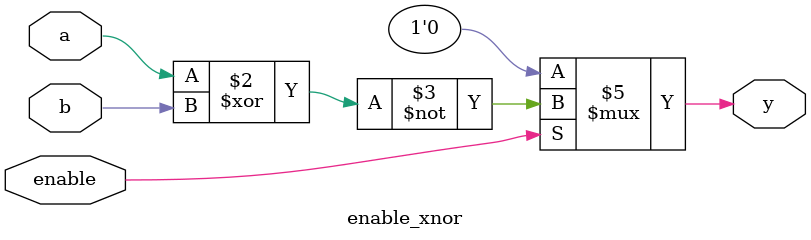
<source format=sv>
module enable_xnor (enable, a, b, y);
    input enable, a, b;
    output reg y;

    always @(*) begin
        if (enable) begin
            y = ~(a ^ b);
        end else begin
            y = 1'b0;
        end
    end
endmodule
</source>
